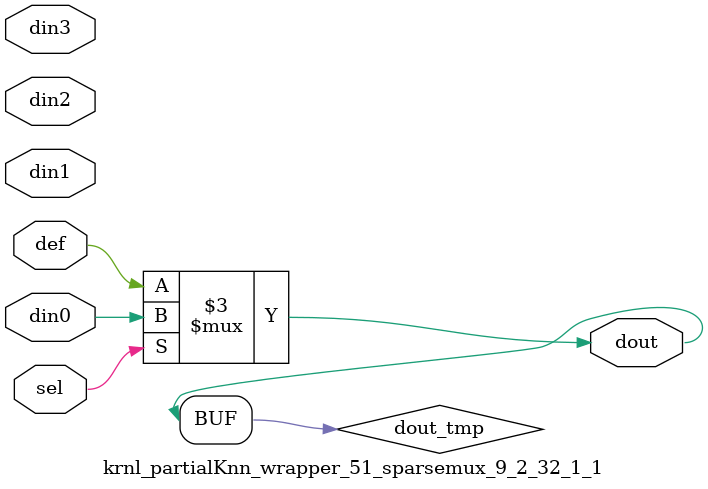
<source format=v>
`timescale 1 ns / 1 ps
module krnl_partialKnn_wrapper_51_sparsemux_9_2_32_1_1 (din0,din1,din2,din3,def,sel,dout);
parameter din0_WIDTH = 1;
parameter din1_WIDTH = 1;
parameter din2_WIDTH = 1;
parameter din3_WIDTH = 1;
parameter def_WIDTH = 1;
parameter sel_WIDTH = 1;
parameter dout_WIDTH = 1;
parameter [sel_WIDTH-1:0] CASE0 = 1;
parameter [sel_WIDTH-1:0] CASE1 = 1;
parameter [sel_WIDTH-1:0] CASE2 = 1;
parameter [sel_WIDTH-1:0] CASE3 = 1;
parameter ID = 1;
parameter NUM_STAGE = 1;
input [din0_WIDTH-1:0] din0;
input [din1_WIDTH-1:0] din1;
input [din2_WIDTH-1:0] din2;
input [din3_WIDTH-1:0] din3;
input [def_WIDTH-1:0] def;
input [sel_WIDTH-1:0] sel;
output [dout_WIDTH-1:0] dout;
reg [dout_WIDTH-1:0] dout_tmp;
always @ (*) begin
case (sel)
    
    CASE0 : dout_tmp = din0;
    
    CASE1 : dout_tmp = din1;
    
    CASE2 : dout_tmp = din2;
    
    CASE3 : dout_tmp = din3;
    
    default : dout_tmp = def;
endcase
end
assign dout = dout_tmp;
endmodule
</source>
